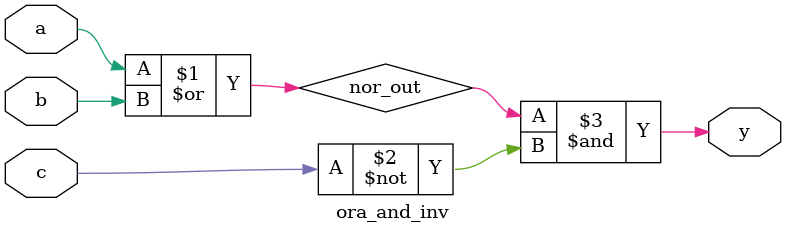
<source format=sv>
module ora_and_inv(input a, b, c, output y);
    wire nor_out;
    or(nor_out, a, b);
    and(y, nor_out, ~c);  // 包含非门
endmodule
</source>
